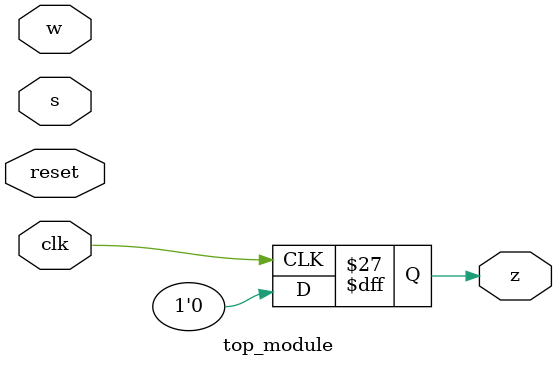
<source format=sv>
module top_module (
	input clk,
	input reset,
	input s,
	input w,
	output reg z
);

	// Define state variables
	reg state, next_state;

	// Define state values
	parameter A = 0;
	parameter B = 1;
	parameter C = 2;
	parameter S10 = 3;
	parameter S11 = 4;
	parameter S20 = 5;
	parameter S21 = 6;
	parameter S22 = 7;

	// Assign initial state
	always @(posedge clk) begin
		if (reset)
			state <= A;
		else
			state <= next_state;
	end

	// Assign next state based on current state and input signals
	always @* begin
		case (state)
			A: if (s) next_state = B;
			   else next_state = B;
			B: if (w) next_state = S11;
			   else next_state = S10;
			C: if (w) next_state = S11;
			   else next_state = S10;
			S10: if (w) next_state = S21;
			     else next_state = S20;
			S11: if (w) next_state = S22;
			     else next_state = S21;
			S20: next_state = B;
			S21: if (w) next_state = C;
			     else next_state = B;
			S22: if (w) next_state = B;
			     else next_state = C;
			default: next_state = A;
		endcase
	end

	// Update current state
	always @(posedge clk) begin
		if (reset)
			state <= A;
		else
			state <= next_state;
	end

	// Output logic
	always @(posedge clk) begin
		if (reset)
			z <= 0;
		else begin
			case (state)
				S10, S11: z <= 1;
				default: z <= 0;
			endcase
		end
	end

endmodule

</source>
